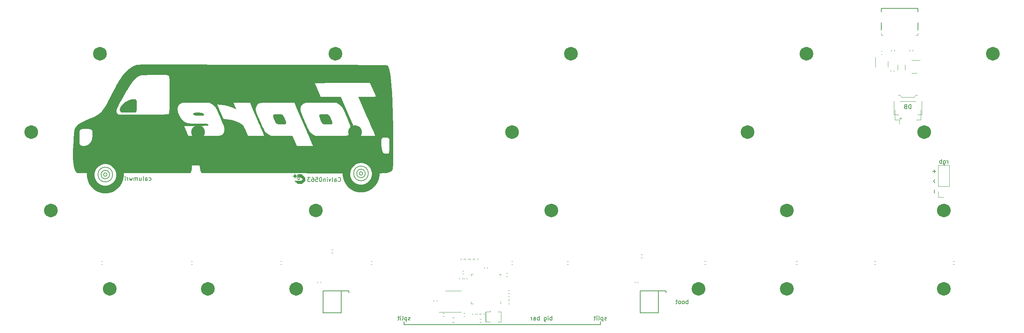
<source format=gbr>
%TF.GenerationSoftware,KiCad,Pcbnew,8.0.5*%
%TF.CreationDate,2024-12-22T15:28:51+01:00*%
%TF.ProjectId,toprevan V2,746f7072-6576-4616-9e20-56322e6b6963,rev?*%
%TF.SameCoordinates,Original*%
%TF.FileFunction,Legend,Bot*%
%TF.FilePolarity,Positive*%
%FSLAX46Y46*%
G04 Gerber Fmt 4.6, Leading zero omitted, Abs format (unit mm)*
G04 Created by KiCad (PCBNEW 8.0.5) date 2024-12-22 15:28:51*
%MOMM*%
%LPD*%
G01*
G04 APERTURE LIST*
%ADD10C,1.662500*%
%ADD11C,0.150000*%
%ADD12C,0.200000*%
%ADD13C,0.120000*%
%ADD14C,0.000000*%
%ADD15C,0.002540*%
%ADD16C,0.170180*%
%ADD17C,0.100000*%
G04 APERTURE END LIST*
D10*
X142912500Y-50006250D02*
G75*
G02*
X141250000Y-50006250I-831250J0D01*
G01*
X141250000Y-50006250D02*
G75*
G02*
X142912500Y-50006250I831250J0D01*
G01*
X104812500Y-50006250D02*
G75*
G02*
X103150000Y-50006250I-831250J0D01*
G01*
X103150000Y-50006250D02*
G75*
G02*
X104812500Y-50006250I831250J0D01*
G01*
X30993750Y-69056250D02*
G75*
G02*
X29331250Y-69056250I-831250J0D01*
G01*
X29331250Y-69056250D02*
G75*
G02*
X30993750Y-69056250I831250J0D01*
G01*
D11*
X43792475Y-60325000D02*
G75*
G02*
X42953323Y-60325000I-419576J0D01*
G01*
X42953323Y-60325000D02*
G75*
G02*
X43792475Y-60325000I419576J0D01*
G01*
X115887500Y-96837500D02*
X115887500Y-96043750D01*
X105840358Y-60051583D02*
G75*
G02*
X105001206Y-60051583I-419576J0D01*
G01*
X105001206Y-60051583D02*
G75*
G02*
X105840358Y-60051583I419576J0D01*
G01*
D10*
X100050000Y-30956250D02*
G75*
G02*
X98387500Y-30956250I-831250J0D01*
G01*
X98387500Y-30956250D02*
G75*
G02*
X100050000Y-30956250I831250J0D01*
G01*
X69093750Y-88106250D02*
G75*
G02*
X67431250Y-88106250I-831250J0D01*
G01*
X67431250Y-88106250D02*
G75*
G02*
X69093750Y-88106250I831250J0D01*
G01*
X26231250Y-50006250D02*
G75*
G02*
X24568750Y-50006250I-831250J0D01*
G01*
X24568750Y-50006250D02*
G75*
G02*
X26231250Y-50006250I831250J0D01*
G01*
X247687500Y-69056250D02*
G75*
G02*
X246025000Y-69056250I-831250J0D01*
G01*
X246025000Y-69056250D02*
G75*
G02*
X247687500Y-69056250I831250J0D01*
G01*
D11*
X163512500Y-96043750D02*
X163512500Y-96837500D01*
D10*
X188156250Y-88106250D02*
G75*
G02*
X186493750Y-88106250I-831250J0D01*
G01*
X186493750Y-88106250D02*
G75*
G02*
X188156250Y-88106250I831250J0D01*
G01*
X209587500Y-69056250D02*
G75*
G02*
X207925000Y-69056250I-831250J0D01*
G01*
X207925000Y-69056250D02*
G75*
G02*
X209587500Y-69056250I831250J0D01*
G01*
X45281250Y-88106250D02*
G75*
G02*
X43618750Y-88106250I-831250J0D01*
G01*
X43618750Y-88106250D02*
G75*
G02*
X45281250Y-88106250I831250J0D01*
G01*
X95287500Y-69056250D02*
G75*
G02*
X93625000Y-69056250I-831250J0D01*
G01*
X93625000Y-69056250D02*
G75*
G02*
X95287500Y-69056250I831250J0D01*
G01*
X242925000Y-50006250D02*
G75*
G02*
X241262500Y-50006250I-831250J0D01*
G01*
X241262500Y-50006250D02*
G75*
G02*
X242925000Y-50006250I831250J0D01*
G01*
X90525000Y-88106250D02*
G75*
G02*
X88862500Y-88106250I-831250J0D01*
G01*
X88862500Y-88106250D02*
G75*
G02*
X90525000Y-88106250I831250J0D01*
G01*
X209587500Y-88106250D02*
G75*
G02*
X207925000Y-88106250I-831250J0D01*
G01*
X207925000Y-88106250D02*
G75*
G02*
X209587500Y-88106250I831250J0D01*
G01*
D11*
X106449028Y-60051583D02*
G75*
G02*
X104392536Y-60051583I-1028246J0D01*
G01*
X104392536Y-60051583D02*
G75*
G02*
X106449028Y-60051583I1028246J0D01*
G01*
X44401145Y-60325000D02*
G75*
G02*
X42344653Y-60325000I-1028246J0D01*
G01*
X42344653Y-60325000D02*
G75*
G02*
X44401145Y-60325000I1028246J0D01*
G01*
X163512500Y-96837500D02*
X115887500Y-96837500D01*
D10*
X42900000Y-30956250D02*
G75*
G02*
X41237500Y-30956250I-831250J0D01*
G01*
X41237500Y-30956250D02*
G75*
G02*
X42900000Y-30956250I831250J0D01*
G01*
X66712500Y-50006250D02*
G75*
G02*
X65050000Y-50006250I-831250J0D01*
G01*
X65050000Y-50006250D02*
G75*
G02*
X66712500Y-50006250I831250J0D01*
G01*
D11*
X45161366Y-60325000D02*
G75*
G02*
X41584432Y-60325000I-1788467J0D01*
G01*
X41584432Y-60325000D02*
G75*
G02*
X45161366Y-60325000I1788467J0D01*
G01*
D10*
X214350000Y-30956250D02*
G75*
G02*
X212687500Y-30956250I-831250J0D01*
G01*
X212687500Y-30956250D02*
G75*
G02*
X214350000Y-30956250I831250J0D01*
G01*
X259593750Y-30956250D02*
G75*
G02*
X257931250Y-30956250I-831250J0D01*
G01*
X257931250Y-30956250D02*
G75*
G02*
X259593750Y-30956250I831250J0D01*
G01*
X152437500Y-69056250D02*
G75*
G02*
X150775000Y-69056250I-831250J0D01*
G01*
X150775000Y-69056250D02*
G75*
G02*
X152437500Y-69056250I831250J0D01*
G01*
X247687500Y-88106250D02*
G75*
G02*
X246025000Y-88106250I-831250J0D01*
G01*
X246025000Y-88106250D02*
G75*
G02*
X247687500Y-88106250I831250J0D01*
G01*
D11*
X107209249Y-60051583D02*
G75*
G02*
X103632315Y-60051583I-1788467J0D01*
G01*
X103632315Y-60051583D02*
G75*
G02*
X107209249Y-60051583I1788467J0D01*
G01*
D10*
X200062500Y-50006250D02*
G75*
G02*
X198400000Y-50006250I-831250J0D01*
G01*
X198400000Y-50006250D02*
G75*
G02*
X200062500Y-50006250I831250J0D01*
G01*
X157200000Y-30956250D02*
G75*
G02*
X155537500Y-30956250I-831250J0D01*
G01*
X155537500Y-30956250D02*
G75*
G02*
X157200000Y-30956250I831250J0D01*
G01*
D11*
X244530147Y-64057409D02*
X244530147Y-64819314D01*
D12*
X99865148Y-61929298D02*
X99912767Y-61976918D01*
X99912767Y-61976918D02*
X100055624Y-62024537D01*
X100055624Y-62024537D02*
X100150862Y-62024537D01*
X100150862Y-62024537D02*
X100293719Y-61976918D01*
X100293719Y-61976918D02*
X100388957Y-61881679D01*
X100388957Y-61881679D02*
X100436576Y-61786441D01*
X100436576Y-61786441D02*
X100484195Y-61595965D01*
X100484195Y-61595965D02*
X100484195Y-61453108D01*
X100484195Y-61453108D02*
X100436576Y-61262632D01*
X100436576Y-61262632D02*
X100388957Y-61167394D01*
X100388957Y-61167394D02*
X100293719Y-61072156D01*
X100293719Y-61072156D02*
X100150862Y-61024537D01*
X100150862Y-61024537D02*
X100055624Y-61024537D01*
X100055624Y-61024537D02*
X99912767Y-61072156D01*
X99912767Y-61072156D02*
X99865148Y-61119775D01*
X99008005Y-62024537D02*
X99008005Y-61500727D01*
X99008005Y-61500727D02*
X99055624Y-61405489D01*
X99055624Y-61405489D02*
X99150862Y-61357870D01*
X99150862Y-61357870D02*
X99341338Y-61357870D01*
X99341338Y-61357870D02*
X99436576Y-61405489D01*
X99008005Y-61976918D02*
X99103243Y-62024537D01*
X99103243Y-62024537D02*
X99341338Y-62024537D01*
X99341338Y-62024537D02*
X99436576Y-61976918D01*
X99436576Y-61976918D02*
X99484195Y-61881679D01*
X99484195Y-61881679D02*
X99484195Y-61786441D01*
X99484195Y-61786441D02*
X99436576Y-61691203D01*
X99436576Y-61691203D02*
X99341338Y-61643584D01*
X99341338Y-61643584D02*
X99103243Y-61643584D01*
X99103243Y-61643584D02*
X99008005Y-61595965D01*
X98388957Y-62024537D02*
X98484195Y-61976918D01*
X98484195Y-61976918D02*
X98531814Y-61881679D01*
X98531814Y-61881679D02*
X98531814Y-61024537D01*
X98103242Y-61357870D02*
X97865147Y-62024537D01*
X97865147Y-62024537D02*
X97627052Y-61357870D01*
X97246099Y-62024537D02*
X97246099Y-61357870D01*
X97246099Y-61024537D02*
X97293718Y-61072156D01*
X97293718Y-61072156D02*
X97246099Y-61119775D01*
X97246099Y-61119775D02*
X97198480Y-61072156D01*
X97198480Y-61072156D02*
X97246099Y-61024537D01*
X97246099Y-61024537D02*
X97246099Y-61119775D01*
X96769909Y-61357870D02*
X96769909Y-62024537D01*
X96769909Y-61453108D02*
X96722290Y-61405489D01*
X96722290Y-61405489D02*
X96627052Y-61357870D01*
X96627052Y-61357870D02*
X96484195Y-61357870D01*
X96484195Y-61357870D02*
X96388957Y-61405489D01*
X96388957Y-61405489D02*
X96341338Y-61500727D01*
X96341338Y-61500727D02*
X96341338Y-62024537D01*
X95674671Y-61024537D02*
X95579433Y-61024537D01*
X95579433Y-61024537D02*
X95484195Y-61072156D01*
X95484195Y-61072156D02*
X95436576Y-61119775D01*
X95436576Y-61119775D02*
X95388957Y-61215013D01*
X95388957Y-61215013D02*
X95341338Y-61405489D01*
X95341338Y-61405489D02*
X95341338Y-61643584D01*
X95341338Y-61643584D02*
X95388957Y-61834060D01*
X95388957Y-61834060D02*
X95436576Y-61929298D01*
X95436576Y-61929298D02*
X95484195Y-61976918D01*
X95484195Y-61976918D02*
X95579433Y-62024537D01*
X95579433Y-62024537D02*
X95674671Y-62024537D01*
X95674671Y-62024537D02*
X95769909Y-61976918D01*
X95769909Y-61976918D02*
X95817528Y-61929298D01*
X95817528Y-61929298D02*
X95865147Y-61834060D01*
X95865147Y-61834060D02*
X95912766Y-61643584D01*
X95912766Y-61643584D02*
X95912766Y-61405489D01*
X95912766Y-61405489D02*
X95865147Y-61215013D01*
X95865147Y-61215013D02*
X95817528Y-61119775D01*
X95817528Y-61119775D02*
X95769909Y-61072156D01*
X95769909Y-61072156D02*
X95674671Y-61024537D01*
X94436576Y-61024537D02*
X94912766Y-61024537D01*
X94912766Y-61024537D02*
X94960385Y-61500727D01*
X94960385Y-61500727D02*
X94912766Y-61453108D01*
X94912766Y-61453108D02*
X94817528Y-61405489D01*
X94817528Y-61405489D02*
X94579433Y-61405489D01*
X94579433Y-61405489D02*
X94484195Y-61453108D01*
X94484195Y-61453108D02*
X94436576Y-61500727D01*
X94436576Y-61500727D02*
X94388957Y-61595965D01*
X94388957Y-61595965D02*
X94388957Y-61834060D01*
X94388957Y-61834060D02*
X94436576Y-61929298D01*
X94436576Y-61929298D02*
X94484195Y-61976918D01*
X94484195Y-61976918D02*
X94579433Y-62024537D01*
X94579433Y-62024537D02*
X94817528Y-62024537D01*
X94817528Y-62024537D02*
X94912766Y-61976918D01*
X94912766Y-61976918D02*
X94960385Y-61929298D01*
X93531814Y-61024537D02*
X93722290Y-61024537D01*
X93722290Y-61024537D02*
X93817528Y-61072156D01*
X93817528Y-61072156D02*
X93865147Y-61119775D01*
X93865147Y-61119775D02*
X93960385Y-61262632D01*
X93960385Y-61262632D02*
X94008004Y-61453108D01*
X94008004Y-61453108D02*
X94008004Y-61834060D01*
X94008004Y-61834060D02*
X93960385Y-61929298D01*
X93960385Y-61929298D02*
X93912766Y-61976918D01*
X93912766Y-61976918D02*
X93817528Y-62024537D01*
X93817528Y-62024537D02*
X93627052Y-62024537D01*
X93627052Y-62024537D02*
X93531814Y-61976918D01*
X93531814Y-61976918D02*
X93484195Y-61929298D01*
X93484195Y-61929298D02*
X93436576Y-61834060D01*
X93436576Y-61834060D02*
X93436576Y-61595965D01*
X93436576Y-61595965D02*
X93484195Y-61500727D01*
X93484195Y-61500727D02*
X93531814Y-61453108D01*
X93531814Y-61453108D02*
X93627052Y-61405489D01*
X93627052Y-61405489D02*
X93817528Y-61405489D01*
X93817528Y-61405489D02*
X93912766Y-61453108D01*
X93912766Y-61453108D02*
X93960385Y-61500727D01*
X93960385Y-61500727D02*
X94008004Y-61595965D01*
X93103242Y-61024537D02*
X92484195Y-61024537D01*
X92484195Y-61024537D02*
X92817528Y-61405489D01*
X92817528Y-61405489D02*
X92674671Y-61405489D01*
X92674671Y-61405489D02*
X92579433Y-61453108D01*
X92579433Y-61453108D02*
X92531814Y-61500727D01*
X92531814Y-61500727D02*
X92484195Y-61595965D01*
X92484195Y-61595965D02*
X92484195Y-61834060D01*
X92484195Y-61834060D02*
X92531814Y-61929298D01*
X92531814Y-61929298D02*
X92579433Y-61976918D01*
X92579433Y-61976918D02*
X92674671Y-62024537D01*
X92674671Y-62024537D02*
X92960385Y-62024537D01*
X92960385Y-62024537D02*
X93055623Y-61976918D01*
X93055623Y-61976918D02*
X93103242Y-61929298D01*
D11*
X247832440Y-57604819D02*
X247832440Y-56938152D01*
X247832440Y-57128628D02*
X247784821Y-57033390D01*
X247784821Y-57033390D02*
X247737202Y-56985771D01*
X247737202Y-56985771D02*
X247641964Y-56938152D01*
X247641964Y-56938152D02*
X247546726Y-56938152D01*
X246784821Y-56938152D02*
X246784821Y-57747676D01*
X246784821Y-57747676D02*
X246832440Y-57842914D01*
X246832440Y-57842914D02*
X246880059Y-57890533D01*
X246880059Y-57890533D02*
X246975297Y-57938152D01*
X246975297Y-57938152D02*
X247118154Y-57938152D01*
X247118154Y-57938152D02*
X247213392Y-57890533D01*
X246784821Y-57557200D02*
X246880059Y-57604819D01*
X246880059Y-57604819D02*
X247070535Y-57604819D01*
X247070535Y-57604819D02*
X247165773Y-57557200D01*
X247165773Y-57557200D02*
X247213392Y-57509580D01*
X247213392Y-57509580D02*
X247261011Y-57414342D01*
X247261011Y-57414342D02*
X247261011Y-57128628D01*
X247261011Y-57128628D02*
X247213392Y-57033390D01*
X247213392Y-57033390D02*
X247165773Y-56985771D01*
X247165773Y-56985771D02*
X247070535Y-56938152D01*
X247070535Y-56938152D02*
X246880059Y-56938152D01*
X246880059Y-56938152D02*
X246784821Y-56985771D01*
X246308630Y-57604819D02*
X246308630Y-56604819D01*
X246308630Y-56985771D02*
X246213392Y-56938152D01*
X246213392Y-56938152D02*
X246022916Y-56938152D01*
X246022916Y-56938152D02*
X245927678Y-56985771D01*
X245927678Y-56985771D02*
X245880059Y-57033390D01*
X245880059Y-57033390D02*
X245832440Y-57128628D01*
X245832440Y-57128628D02*
X245832440Y-57414342D01*
X245832440Y-57414342D02*
X245880059Y-57509580D01*
X245880059Y-57509580D02*
X245927678Y-57557200D01*
X245927678Y-57557200D02*
X246022916Y-57604819D01*
X246022916Y-57604819D02*
X246213392Y-57604819D01*
X246213392Y-57604819D02*
X246308630Y-57557200D01*
X164964880Y-95657200D02*
X164869642Y-95704819D01*
X164869642Y-95704819D02*
X164679166Y-95704819D01*
X164679166Y-95704819D02*
X164583928Y-95657200D01*
X164583928Y-95657200D02*
X164536309Y-95561961D01*
X164536309Y-95561961D02*
X164536309Y-95514342D01*
X164536309Y-95514342D02*
X164583928Y-95419104D01*
X164583928Y-95419104D02*
X164679166Y-95371485D01*
X164679166Y-95371485D02*
X164822023Y-95371485D01*
X164822023Y-95371485D02*
X164917261Y-95323866D01*
X164917261Y-95323866D02*
X164964880Y-95228628D01*
X164964880Y-95228628D02*
X164964880Y-95181009D01*
X164964880Y-95181009D02*
X164917261Y-95085771D01*
X164917261Y-95085771D02*
X164822023Y-95038152D01*
X164822023Y-95038152D02*
X164679166Y-95038152D01*
X164679166Y-95038152D02*
X164583928Y-95085771D01*
X164107737Y-95038152D02*
X164107737Y-96038152D01*
X164107737Y-95085771D02*
X164012499Y-95038152D01*
X164012499Y-95038152D02*
X163822023Y-95038152D01*
X163822023Y-95038152D02*
X163726785Y-95085771D01*
X163726785Y-95085771D02*
X163679166Y-95133390D01*
X163679166Y-95133390D02*
X163631547Y-95228628D01*
X163631547Y-95228628D02*
X163631547Y-95514342D01*
X163631547Y-95514342D02*
X163679166Y-95609580D01*
X163679166Y-95609580D02*
X163726785Y-95657200D01*
X163726785Y-95657200D02*
X163822023Y-95704819D01*
X163822023Y-95704819D02*
X164012499Y-95704819D01*
X164012499Y-95704819D02*
X164107737Y-95657200D01*
X163060118Y-95704819D02*
X163155356Y-95657200D01*
X163155356Y-95657200D02*
X163202975Y-95561961D01*
X163202975Y-95561961D02*
X163202975Y-94704819D01*
X162679165Y-95704819D02*
X162679165Y-95038152D01*
X162679165Y-94704819D02*
X162726784Y-94752438D01*
X162726784Y-94752438D02*
X162679165Y-94800057D01*
X162679165Y-94800057D02*
X162631546Y-94752438D01*
X162631546Y-94752438D02*
X162679165Y-94704819D01*
X162679165Y-94704819D02*
X162679165Y-94800057D01*
X162345832Y-95038152D02*
X161964880Y-95038152D01*
X162202975Y-94704819D02*
X162202975Y-95561961D01*
X162202975Y-95561961D02*
X162155356Y-95657200D01*
X162155356Y-95657200D02*
X162060118Y-95704819D01*
X162060118Y-95704819D02*
X161964880Y-95704819D01*
X106615067Y-43734075D02*
X107019128Y-43330014D01*
X107019128Y-43330014D02*
X107073003Y-43222265D01*
X107073003Y-43222265D02*
X107073003Y-43114515D01*
X107073003Y-43114515D02*
X107019128Y-43006766D01*
X107019128Y-43006766D02*
X106965254Y-42952891D01*
X107719501Y-43707138D02*
X107450127Y-43437764D01*
X107450127Y-43437764D02*
X106884442Y-44003450D01*
X108177437Y-44272824D02*
X108177437Y-44218949D01*
X108177437Y-44218949D02*
X108123562Y-44111199D01*
X108123562Y-44111199D02*
X108069687Y-44057324D01*
X108069687Y-44057324D02*
X107961938Y-44003450D01*
X107961938Y-44003450D02*
X107854188Y-44003450D01*
X107854188Y-44003450D02*
X107773376Y-44030387D01*
X107773376Y-44030387D02*
X107638689Y-44111199D01*
X107638689Y-44111199D02*
X107557877Y-44192011D01*
X107557877Y-44192011D02*
X107477064Y-44326698D01*
X107477064Y-44326698D02*
X107450127Y-44407511D01*
X107450127Y-44407511D02*
X107450127Y-44515260D01*
X107450127Y-44515260D02*
X107504002Y-44623010D01*
X107504002Y-44623010D02*
X107557877Y-44676885D01*
X107557877Y-44676885D02*
X107665626Y-44730759D01*
X107665626Y-44730759D02*
X107719501Y-44730759D01*
X108069687Y-45188695D02*
X108473748Y-44784634D01*
X108473748Y-44784634D02*
X108527623Y-44676885D01*
X108527623Y-44676885D02*
X108527623Y-44569135D01*
X108527623Y-44569135D02*
X108473748Y-44461385D01*
X108473748Y-44461385D02*
X108419873Y-44407511D01*
X109174121Y-45161758D02*
X108904747Y-44892384D01*
X108904747Y-44892384D02*
X108339061Y-45458069D01*
X109632057Y-45727443D02*
X109632057Y-45673568D01*
X109632057Y-45673568D02*
X109578182Y-45565819D01*
X109578182Y-45565819D02*
X109524307Y-45511944D01*
X109524307Y-45511944D02*
X109416557Y-45458069D01*
X109416557Y-45458069D02*
X109308808Y-45458069D01*
X109308808Y-45458069D02*
X109227995Y-45485007D01*
X109227995Y-45485007D02*
X109093308Y-45565819D01*
X109093308Y-45565819D02*
X109012496Y-45646631D01*
X109012496Y-45646631D02*
X108931684Y-45781318D01*
X108931684Y-45781318D02*
X108904747Y-45862130D01*
X108904747Y-45862130D02*
X108904747Y-45969880D01*
X108904747Y-45969880D02*
X108958621Y-46077629D01*
X108958621Y-46077629D02*
X109012496Y-46131504D01*
X109012496Y-46131504D02*
X109120246Y-46185379D01*
X109120246Y-46185379D02*
X109174121Y-46185379D01*
X109524307Y-46643315D02*
X109928368Y-46239254D01*
X109928368Y-46239254D02*
X109982243Y-46131504D01*
X109982243Y-46131504D02*
X109982243Y-46023755D01*
X109982243Y-46023755D02*
X109928368Y-45916005D01*
X109928368Y-45916005D02*
X109874493Y-45862130D01*
X110628740Y-46616378D02*
X110359366Y-46347004D01*
X110359366Y-46347004D02*
X109793681Y-46912689D01*
X111086676Y-47182063D02*
X111086676Y-47128188D01*
X111086676Y-47128188D02*
X111032801Y-47020439D01*
X111032801Y-47020439D02*
X110978927Y-46966564D01*
X110978927Y-46966564D02*
X110871177Y-46912689D01*
X110871177Y-46912689D02*
X110763427Y-46912689D01*
X110763427Y-46912689D02*
X110682615Y-46939626D01*
X110682615Y-46939626D02*
X110547928Y-47020439D01*
X110547928Y-47020439D02*
X110467116Y-47101251D01*
X110467116Y-47101251D02*
X110386304Y-47235938D01*
X110386304Y-47235938D02*
X110359366Y-47316750D01*
X110359366Y-47316750D02*
X110359366Y-47424500D01*
X110359366Y-47424500D02*
X110413241Y-47532249D01*
X110413241Y-47532249D02*
X110467116Y-47586124D01*
X110467116Y-47586124D02*
X110574866Y-47639999D01*
X110574866Y-47639999D02*
X110628740Y-47639999D01*
X110978927Y-48097935D02*
X111382988Y-47693874D01*
X111382988Y-47693874D02*
X111436862Y-47586124D01*
X111436862Y-47586124D02*
X111436862Y-47478374D01*
X111436862Y-47478374D02*
X111382988Y-47370625D01*
X111382988Y-47370625D02*
X111329113Y-47316750D01*
X112083360Y-48070997D02*
X111813986Y-47801623D01*
X111813986Y-47801623D02*
X111248301Y-48367309D01*
X112541296Y-48636683D02*
X112541296Y-48582808D01*
X112541296Y-48582808D02*
X112487421Y-48475058D01*
X112487421Y-48475058D02*
X112433546Y-48421184D01*
X112433546Y-48421184D02*
X112325797Y-48367309D01*
X112325797Y-48367309D02*
X112218047Y-48367309D01*
X112218047Y-48367309D02*
X112137235Y-48394246D01*
X112137235Y-48394246D02*
X112002548Y-48475058D01*
X112002548Y-48475058D02*
X111921736Y-48555871D01*
X111921736Y-48555871D02*
X111840924Y-48690558D01*
X111840924Y-48690558D02*
X111813986Y-48771370D01*
X111813986Y-48771370D02*
X111813986Y-48879119D01*
X111813986Y-48879119D02*
X111867861Y-48986869D01*
X111867861Y-48986869D02*
X111921736Y-49040744D01*
X111921736Y-49040744D02*
X112029485Y-49094619D01*
X112029485Y-49094619D02*
X112083360Y-49094619D01*
X117339880Y-95657200D02*
X117244642Y-95704819D01*
X117244642Y-95704819D02*
X117054166Y-95704819D01*
X117054166Y-95704819D02*
X116958928Y-95657200D01*
X116958928Y-95657200D02*
X116911309Y-95561961D01*
X116911309Y-95561961D02*
X116911309Y-95514342D01*
X116911309Y-95514342D02*
X116958928Y-95419104D01*
X116958928Y-95419104D02*
X117054166Y-95371485D01*
X117054166Y-95371485D02*
X117197023Y-95371485D01*
X117197023Y-95371485D02*
X117292261Y-95323866D01*
X117292261Y-95323866D02*
X117339880Y-95228628D01*
X117339880Y-95228628D02*
X117339880Y-95181009D01*
X117339880Y-95181009D02*
X117292261Y-95085771D01*
X117292261Y-95085771D02*
X117197023Y-95038152D01*
X117197023Y-95038152D02*
X117054166Y-95038152D01*
X117054166Y-95038152D02*
X116958928Y-95085771D01*
X116482737Y-95038152D02*
X116482737Y-96038152D01*
X116482737Y-95085771D02*
X116387499Y-95038152D01*
X116387499Y-95038152D02*
X116197023Y-95038152D01*
X116197023Y-95038152D02*
X116101785Y-95085771D01*
X116101785Y-95085771D02*
X116054166Y-95133390D01*
X116054166Y-95133390D02*
X116006547Y-95228628D01*
X116006547Y-95228628D02*
X116006547Y-95514342D01*
X116006547Y-95514342D02*
X116054166Y-95609580D01*
X116054166Y-95609580D02*
X116101785Y-95657200D01*
X116101785Y-95657200D02*
X116197023Y-95704819D01*
X116197023Y-95704819D02*
X116387499Y-95704819D01*
X116387499Y-95704819D02*
X116482737Y-95657200D01*
X115435118Y-95704819D02*
X115530356Y-95657200D01*
X115530356Y-95657200D02*
X115577975Y-95561961D01*
X115577975Y-95561961D02*
X115577975Y-94704819D01*
X115054165Y-95704819D02*
X115054165Y-95038152D01*
X115054165Y-94704819D02*
X115101784Y-94752438D01*
X115101784Y-94752438D02*
X115054165Y-94800057D01*
X115054165Y-94800057D02*
X115006546Y-94752438D01*
X115006546Y-94752438D02*
X115054165Y-94704819D01*
X115054165Y-94704819D02*
X115054165Y-94800057D01*
X114720832Y-95038152D02*
X114339880Y-95038152D01*
X114577975Y-94704819D02*
X114577975Y-95561961D01*
X114577975Y-95561961D02*
X114530356Y-95657200D01*
X114530356Y-95657200D02*
X114435118Y-95704819D01*
X114435118Y-95704819D02*
X114339880Y-95704819D01*
D12*
X244658956Y-61563406D02*
X244373242Y-61944358D01*
X244373242Y-61944358D02*
X244658956Y-62325310D01*
D11*
X244548866Y-59150298D02*
X244548866Y-59912203D01*
X244929819Y-59531250D02*
X244167914Y-59531250D01*
X238886904Y-44311069D02*
X238886904Y-43311069D01*
X238886904Y-43311069D02*
X238648809Y-43311069D01*
X238648809Y-43311069D02*
X238505952Y-43358688D01*
X238505952Y-43358688D02*
X238410714Y-43453926D01*
X238410714Y-43453926D02*
X238363095Y-43549164D01*
X238363095Y-43549164D02*
X238315476Y-43739640D01*
X238315476Y-43739640D02*
X238315476Y-43882497D01*
X238315476Y-43882497D02*
X238363095Y-44072973D01*
X238363095Y-44072973D02*
X238410714Y-44168211D01*
X238410714Y-44168211D02*
X238505952Y-44263450D01*
X238505952Y-44263450D02*
X238648809Y-44311069D01*
X238648809Y-44311069D02*
X238886904Y-44311069D01*
X237553571Y-43787259D02*
X237410714Y-43834878D01*
X237410714Y-43834878D02*
X237363095Y-43882497D01*
X237363095Y-43882497D02*
X237315476Y-43977735D01*
X237315476Y-43977735D02*
X237315476Y-44120592D01*
X237315476Y-44120592D02*
X237363095Y-44215830D01*
X237363095Y-44215830D02*
X237410714Y-44263450D01*
X237410714Y-44263450D02*
X237505952Y-44311069D01*
X237505952Y-44311069D02*
X237886904Y-44311069D01*
X237886904Y-44311069D02*
X237886904Y-43311069D01*
X237886904Y-43311069D02*
X237553571Y-43311069D01*
X237553571Y-43311069D02*
X237458333Y-43358688D01*
X237458333Y-43358688D02*
X237410714Y-43406307D01*
X237410714Y-43406307D02*
X237363095Y-43501545D01*
X237363095Y-43501545D02*
X237363095Y-43596783D01*
X237363095Y-43596783D02*
X237410714Y-43692021D01*
X237410714Y-43692021D02*
X237458333Y-43739640D01*
X237458333Y-43739640D02*
X237553571Y-43787259D01*
X237553571Y-43787259D02*
X237886904Y-43787259D01*
X184761011Y-91736069D02*
X184761011Y-90736069D01*
X184761011Y-91117021D02*
X184665773Y-91069402D01*
X184665773Y-91069402D02*
X184475297Y-91069402D01*
X184475297Y-91069402D02*
X184380059Y-91117021D01*
X184380059Y-91117021D02*
X184332440Y-91164640D01*
X184332440Y-91164640D02*
X184284821Y-91259878D01*
X184284821Y-91259878D02*
X184284821Y-91545592D01*
X184284821Y-91545592D02*
X184332440Y-91640830D01*
X184332440Y-91640830D02*
X184380059Y-91688450D01*
X184380059Y-91688450D02*
X184475297Y-91736069D01*
X184475297Y-91736069D02*
X184665773Y-91736069D01*
X184665773Y-91736069D02*
X184761011Y-91688450D01*
X183713392Y-91736069D02*
X183808630Y-91688450D01*
X183808630Y-91688450D02*
X183856249Y-91640830D01*
X183856249Y-91640830D02*
X183903868Y-91545592D01*
X183903868Y-91545592D02*
X183903868Y-91259878D01*
X183903868Y-91259878D02*
X183856249Y-91164640D01*
X183856249Y-91164640D02*
X183808630Y-91117021D01*
X183808630Y-91117021D02*
X183713392Y-91069402D01*
X183713392Y-91069402D02*
X183570535Y-91069402D01*
X183570535Y-91069402D02*
X183475297Y-91117021D01*
X183475297Y-91117021D02*
X183427678Y-91164640D01*
X183427678Y-91164640D02*
X183380059Y-91259878D01*
X183380059Y-91259878D02*
X183380059Y-91545592D01*
X183380059Y-91545592D02*
X183427678Y-91640830D01*
X183427678Y-91640830D02*
X183475297Y-91688450D01*
X183475297Y-91688450D02*
X183570535Y-91736069D01*
X183570535Y-91736069D02*
X183713392Y-91736069D01*
X182808630Y-91736069D02*
X182903868Y-91688450D01*
X182903868Y-91688450D02*
X182951487Y-91640830D01*
X182951487Y-91640830D02*
X182999106Y-91545592D01*
X182999106Y-91545592D02*
X182999106Y-91259878D01*
X182999106Y-91259878D02*
X182951487Y-91164640D01*
X182951487Y-91164640D02*
X182903868Y-91117021D01*
X182903868Y-91117021D02*
X182808630Y-91069402D01*
X182808630Y-91069402D02*
X182665773Y-91069402D01*
X182665773Y-91069402D02*
X182570535Y-91117021D01*
X182570535Y-91117021D02*
X182522916Y-91164640D01*
X182522916Y-91164640D02*
X182475297Y-91259878D01*
X182475297Y-91259878D02*
X182475297Y-91545592D01*
X182475297Y-91545592D02*
X182522916Y-91640830D01*
X182522916Y-91640830D02*
X182570535Y-91688450D01*
X182570535Y-91688450D02*
X182665773Y-91736069D01*
X182665773Y-91736069D02*
X182808630Y-91736069D01*
X182189582Y-91069402D02*
X181808630Y-91069402D01*
X182046725Y-90736069D02*
X182046725Y-91593211D01*
X182046725Y-91593211D02*
X181999106Y-91688450D01*
X181999106Y-91688450D02*
X181903868Y-91736069D01*
X181903868Y-91736069D02*
X181808630Y-91736069D01*
D12*
X53970505Y-61732100D02*
X54065743Y-61779719D01*
X54065743Y-61779719D02*
X54256219Y-61779719D01*
X54256219Y-61779719D02*
X54351457Y-61732100D01*
X54351457Y-61732100D02*
X54399076Y-61684480D01*
X54399076Y-61684480D02*
X54446695Y-61589242D01*
X54446695Y-61589242D02*
X54446695Y-61303528D01*
X54446695Y-61303528D02*
X54399076Y-61208290D01*
X54399076Y-61208290D02*
X54351457Y-61160671D01*
X54351457Y-61160671D02*
X54256219Y-61113052D01*
X54256219Y-61113052D02*
X54065743Y-61113052D01*
X54065743Y-61113052D02*
X53970505Y-61160671D01*
X53113362Y-61779719D02*
X53113362Y-61255909D01*
X53113362Y-61255909D02*
X53160981Y-61160671D01*
X53160981Y-61160671D02*
X53256219Y-61113052D01*
X53256219Y-61113052D02*
X53446695Y-61113052D01*
X53446695Y-61113052D02*
X53541933Y-61160671D01*
X53113362Y-61732100D02*
X53208600Y-61779719D01*
X53208600Y-61779719D02*
X53446695Y-61779719D01*
X53446695Y-61779719D02*
X53541933Y-61732100D01*
X53541933Y-61732100D02*
X53589552Y-61636861D01*
X53589552Y-61636861D02*
X53589552Y-61541623D01*
X53589552Y-61541623D02*
X53541933Y-61446385D01*
X53541933Y-61446385D02*
X53446695Y-61398766D01*
X53446695Y-61398766D02*
X53208600Y-61398766D01*
X53208600Y-61398766D02*
X53113362Y-61351147D01*
X52494314Y-61779719D02*
X52589552Y-61732100D01*
X52589552Y-61732100D02*
X52637171Y-61636861D01*
X52637171Y-61636861D02*
X52637171Y-60779719D01*
X51684790Y-61113052D02*
X51684790Y-61779719D01*
X52113361Y-61113052D02*
X52113361Y-61636861D01*
X52113361Y-61636861D02*
X52065742Y-61732100D01*
X52065742Y-61732100D02*
X51970504Y-61779719D01*
X51970504Y-61779719D02*
X51827647Y-61779719D01*
X51827647Y-61779719D02*
X51732409Y-61732100D01*
X51732409Y-61732100D02*
X51684790Y-61684480D01*
X51208599Y-61779719D02*
X51208599Y-61113052D01*
X51208599Y-61208290D02*
X51160980Y-61160671D01*
X51160980Y-61160671D02*
X51065742Y-61113052D01*
X51065742Y-61113052D02*
X50922885Y-61113052D01*
X50922885Y-61113052D02*
X50827647Y-61160671D01*
X50827647Y-61160671D02*
X50780028Y-61255909D01*
X50780028Y-61255909D02*
X50780028Y-61779719D01*
X50780028Y-61255909D02*
X50732409Y-61160671D01*
X50732409Y-61160671D02*
X50637171Y-61113052D01*
X50637171Y-61113052D02*
X50494314Y-61113052D01*
X50494314Y-61113052D02*
X50399075Y-61160671D01*
X50399075Y-61160671D02*
X50351456Y-61255909D01*
X50351456Y-61255909D02*
X50351456Y-61779719D01*
X49970504Y-61113052D02*
X49780028Y-61779719D01*
X49780028Y-61779719D02*
X49589552Y-61303528D01*
X49589552Y-61303528D02*
X49399076Y-61779719D01*
X49399076Y-61779719D02*
X49208600Y-61113052D01*
X48827647Y-61779719D02*
X48827647Y-61113052D01*
X48827647Y-61303528D02*
X48780028Y-61208290D01*
X48780028Y-61208290D02*
X48732409Y-61160671D01*
X48732409Y-61160671D02*
X48637171Y-61113052D01*
X48637171Y-61113052D02*
X48541933Y-61113052D01*
X48208599Y-61779719D02*
X48208599Y-61113052D01*
X48208599Y-60779719D02*
X48256218Y-60827338D01*
X48256218Y-60827338D02*
X48208599Y-60874957D01*
X48208599Y-60874957D02*
X48160980Y-60827338D01*
X48160980Y-60827338D02*
X48208599Y-60779719D01*
X48208599Y-60779719D02*
X48208599Y-60874957D01*
D11*
X151724999Y-95704819D02*
X151724999Y-94704819D01*
X151724999Y-95085771D02*
X151629761Y-95038152D01*
X151629761Y-95038152D02*
X151439285Y-95038152D01*
X151439285Y-95038152D02*
X151344047Y-95085771D01*
X151344047Y-95085771D02*
X151296428Y-95133390D01*
X151296428Y-95133390D02*
X151248809Y-95228628D01*
X151248809Y-95228628D02*
X151248809Y-95514342D01*
X151248809Y-95514342D02*
X151296428Y-95609580D01*
X151296428Y-95609580D02*
X151344047Y-95657200D01*
X151344047Y-95657200D02*
X151439285Y-95704819D01*
X151439285Y-95704819D02*
X151629761Y-95704819D01*
X151629761Y-95704819D02*
X151724999Y-95657200D01*
X150820237Y-95704819D02*
X150820237Y-95038152D01*
X150820237Y-94704819D02*
X150867856Y-94752438D01*
X150867856Y-94752438D02*
X150820237Y-94800057D01*
X150820237Y-94800057D02*
X150772618Y-94752438D01*
X150772618Y-94752438D02*
X150820237Y-94704819D01*
X150820237Y-94704819D02*
X150820237Y-94800057D01*
X149915476Y-95038152D02*
X149915476Y-95847676D01*
X149915476Y-95847676D02*
X149963095Y-95942914D01*
X149963095Y-95942914D02*
X150010714Y-95990533D01*
X150010714Y-95990533D02*
X150105952Y-96038152D01*
X150105952Y-96038152D02*
X150248809Y-96038152D01*
X150248809Y-96038152D02*
X150344047Y-95990533D01*
X149915476Y-95657200D02*
X150010714Y-95704819D01*
X150010714Y-95704819D02*
X150201190Y-95704819D01*
X150201190Y-95704819D02*
X150296428Y-95657200D01*
X150296428Y-95657200D02*
X150344047Y-95609580D01*
X150344047Y-95609580D02*
X150391666Y-95514342D01*
X150391666Y-95514342D02*
X150391666Y-95228628D01*
X150391666Y-95228628D02*
X150344047Y-95133390D01*
X150344047Y-95133390D02*
X150296428Y-95085771D01*
X150296428Y-95085771D02*
X150201190Y-95038152D01*
X150201190Y-95038152D02*
X150010714Y-95038152D01*
X150010714Y-95038152D02*
X149915476Y-95085771D01*
X148677380Y-95704819D02*
X148677380Y-94704819D01*
X148677380Y-95085771D02*
X148582142Y-95038152D01*
X148582142Y-95038152D02*
X148391666Y-95038152D01*
X148391666Y-95038152D02*
X148296428Y-95085771D01*
X148296428Y-95085771D02*
X148248809Y-95133390D01*
X148248809Y-95133390D02*
X148201190Y-95228628D01*
X148201190Y-95228628D02*
X148201190Y-95514342D01*
X148201190Y-95514342D02*
X148248809Y-95609580D01*
X148248809Y-95609580D02*
X148296428Y-95657200D01*
X148296428Y-95657200D02*
X148391666Y-95704819D01*
X148391666Y-95704819D02*
X148582142Y-95704819D01*
X148582142Y-95704819D02*
X148677380Y-95657200D01*
X147344047Y-95704819D02*
X147344047Y-95181009D01*
X147344047Y-95181009D02*
X147391666Y-95085771D01*
X147391666Y-95085771D02*
X147486904Y-95038152D01*
X147486904Y-95038152D02*
X147677380Y-95038152D01*
X147677380Y-95038152D02*
X147772618Y-95085771D01*
X147344047Y-95657200D02*
X147439285Y-95704819D01*
X147439285Y-95704819D02*
X147677380Y-95704819D01*
X147677380Y-95704819D02*
X147772618Y-95657200D01*
X147772618Y-95657200D02*
X147820237Y-95561961D01*
X147820237Y-95561961D02*
X147820237Y-95466723D01*
X147820237Y-95466723D02*
X147772618Y-95371485D01*
X147772618Y-95371485D02*
X147677380Y-95323866D01*
X147677380Y-95323866D02*
X147439285Y-95323866D01*
X147439285Y-95323866D02*
X147344047Y-95276247D01*
X146867856Y-95704819D02*
X146867856Y-95038152D01*
X146867856Y-95228628D02*
X146820237Y-95133390D01*
X146820237Y-95133390D02*
X146772618Y-95085771D01*
X146772618Y-95085771D02*
X146677380Y-95038152D01*
X146677380Y-95038152D02*
X146582142Y-95038152D01*
D13*
%TO.C,C10*%
X133526072Y-94118137D02*
X133526072Y-94333809D01*
X134246072Y-94118137D02*
X134246072Y-94333809D01*
%TO.C,R14*%
X64189257Y-81376250D02*
X64496539Y-81376250D01*
X64189257Y-82136250D02*
X64496539Y-82136250D01*
%TO.C,R23*%
X210983859Y-81376250D02*
X211291141Y-81376250D01*
X210983859Y-82136250D02*
X211291141Y-82136250D01*
%TO.C,R5*%
X131876250Y-80743417D02*
X131876250Y-81050699D01*
X132636250Y-80743417D02*
X132636250Y-81050699D01*
%TO.C,R18*%
X125566141Y-93982500D02*
X125258859Y-93982500D01*
X125566141Y-94742500D02*
X125258859Y-94742500D01*
%TO.C,Y1*%
X135601214Y-94117035D02*
X135601214Y-93717035D01*
X135601214Y-96117035D02*
X135601214Y-94117035D01*
X135801214Y-94117035D02*
X135801214Y-93717035D01*
X135801214Y-94117035D02*
X135801214Y-96117035D01*
X135801214Y-96117035D02*
X136801214Y-96117035D01*
X136801214Y-93717035D02*
X135801214Y-93717035D01*
X136801214Y-93717035D02*
X136801214Y-93317035D01*
X138601214Y-96117035D02*
X139401214Y-96117035D01*
X139401214Y-93717035D02*
X138601214Y-93717035D01*
X139401214Y-94117035D02*
X139401214Y-93717035D01*
X139401214Y-96117035D02*
X139401214Y-94117035D01*
D14*
%TO.C,G\u002A\u002A\u002A*%
G36*
X90154500Y-61335568D02*
G01*
X90040514Y-61449568D01*
X89885514Y-61449568D01*
X89730514Y-61449568D01*
X89844500Y-61335568D01*
X89958487Y-61221568D01*
X90113487Y-61221568D01*
X90268487Y-61221568D01*
X90154500Y-61335568D01*
G37*
G36*
X90546500Y-61449568D02*
G01*
X90318507Y-61677568D01*
X90164507Y-61677568D01*
X90010507Y-61677568D01*
X90238500Y-61449568D01*
X90466494Y-61221568D01*
X90620494Y-61221568D01*
X90774494Y-61221568D01*
X90546500Y-61449568D01*
G37*
G36*
X91469999Y-60665066D02*
G01*
X91861501Y-61056564D01*
X91861501Y-61449564D01*
X91861500Y-61842564D01*
X91470002Y-62234066D01*
X91078504Y-62625568D01*
X90588500Y-62625568D01*
X90098497Y-62625568D01*
X89706500Y-62233568D01*
X89314504Y-61841568D01*
X90097506Y-61841568D01*
X90880508Y-61841568D01*
X91076500Y-61645568D01*
X91272493Y-61449568D01*
X91076504Y-61253571D01*
X90880515Y-61057574D01*
X90296604Y-61057071D01*
X89712694Y-61056568D01*
X89731550Y-61034568D01*
X89738506Y-61026648D01*
X89751156Y-61012882D01*
X89765623Y-60997725D01*
X89781172Y-60981911D01*
X89797070Y-60966173D01*
X89812581Y-60951247D01*
X89826969Y-60937865D01*
X89839500Y-60926762D01*
X89863936Y-60906526D01*
X89913969Y-60868994D01*
X89966354Y-60834697D01*
X90021089Y-60803637D01*
X90078172Y-60775813D01*
X90137603Y-60751227D01*
X90199380Y-60729878D01*
X90263500Y-60711769D01*
X90270691Y-60709902D01*
X90279731Y-60707378D01*
X90286593Y-60705242D01*
X90290706Y-60703675D01*
X90291500Y-60702858D01*
X90289145Y-60702165D01*
X90283432Y-60700614D01*
X90275132Y-60698419D01*
X90264927Y-60695760D01*
X90253500Y-60692819D01*
X90238422Y-60688842D01*
X90181620Y-60671723D01*
X90125957Y-60651586D01*
X90071834Y-60628623D01*
X90019651Y-60603027D01*
X89969808Y-60574991D01*
X89922704Y-60544707D01*
X89878740Y-60512368D01*
X89866980Y-60503101D01*
X89981734Y-60388334D01*
X90096487Y-60273568D01*
X90587492Y-60273568D01*
X91078497Y-60273568D01*
X91469999Y-60665066D01*
G37*
G36*
X89400488Y-60070568D02*
G01*
X89400766Y-60071759D01*
X89402099Y-60077094D01*
X89404158Y-60085082D01*
X89406719Y-60094862D01*
X89409559Y-60105568D01*
X89420811Y-60143881D01*
X89439813Y-60196764D01*
X89462297Y-60247987D01*
X89488114Y-60297400D01*
X89517112Y-60344854D01*
X89549141Y-60390199D01*
X89584048Y-60433284D01*
X89621684Y-60473960D01*
X89661898Y-60512077D01*
X89704538Y-60547484D01*
X89749453Y-60580033D01*
X89796493Y-60609574D01*
X89845506Y-60635955D01*
X89896342Y-60659029D01*
X89948849Y-60678643D01*
X90002877Y-60694650D01*
X90006361Y-60695552D01*
X90016193Y-60698122D01*
X90024520Y-60700331D01*
X90030553Y-60701967D01*
X90033500Y-60702821D01*
X90033673Y-60702983D01*
X90031921Y-60704059D01*
X90027071Y-60705811D01*
X90019729Y-60708035D01*
X90010500Y-60710528D01*
X89957722Y-60725916D01*
X89903905Y-60745552D01*
X89851886Y-60768625D01*
X89801808Y-60795008D01*
X89753811Y-60824579D01*
X89708038Y-60857212D01*
X89664630Y-60892782D01*
X89623729Y-60931166D01*
X89585475Y-60972238D01*
X89550011Y-61015874D01*
X89517479Y-61061950D01*
X89488019Y-61110340D01*
X89461773Y-61160921D01*
X89438884Y-61213568D01*
X89434976Y-61223621D01*
X89425063Y-61250835D01*
X89416328Y-61277774D01*
X89408325Y-61305862D01*
X89400613Y-61336522D01*
X89400162Y-61337908D01*
X89399353Y-61338263D01*
X89398228Y-61336295D01*
X89396639Y-61331611D01*
X89394436Y-61323817D01*
X89391468Y-61312522D01*
X89391394Y-61312237D01*
X89375487Y-61258207D01*
X89356055Y-61205421D01*
X89333300Y-61154376D01*
X89307424Y-61105568D01*
X89282921Y-61065631D01*
X89250124Y-61018903D01*
X89214412Y-60974687D01*
X89175957Y-60933114D01*
X89134928Y-60894315D01*
X89091496Y-60858418D01*
X89045832Y-60825554D01*
X88998106Y-60795854D01*
X88948490Y-60769446D01*
X88897153Y-60746461D01*
X88844266Y-60727030D01*
X88790000Y-60711281D01*
X88787070Y-60710535D01*
X88777818Y-60708090D01*
X88770342Y-60705979D01*
X88765345Y-60704407D01*
X88763530Y-60703578D01*
X88763530Y-60703576D01*
X88765382Y-60702738D01*
X88770368Y-60701209D01*
X88777731Y-60699207D01*
X88786712Y-60696948D01*
X88801827Y-60693027D01*
X88823970Y-60686599D01*
X88847232Y-60679184D01*
X88870210Y-60671232D01*
X88891500Y-60663196D01*
X88925321Y-60648834D01*
X88974847Y-60624357D01*
X89023054Y-60596417D01*
X89069512Y-60565308D01*
X89113792Y-60531326D01*
X89155463Y-60494764D01*
X89194097Y-60455917D01*
X89205284Y-60443606D01*
X89242284Y-60399103D01*
X89276012Y-60352361D01*
X89306384Y-60303537D01*
X89333313Y-60252788D01*
X89356715Y-60200272D01*
X89376503Y-60146146D01*
X89392591Y-60090568D01*
X89393452Y-60087178D01*
X89395904Y-60077876D01*
X89397676Y-60071962D01*
X89398926Y-60069038D01*
X89399811Y-60068706D01*
X89400488Y-60070568D01*
G37*
D13*
%TO.C,R25*%
X249083859Y-81366059D02*
X249391141Y-81366059D01*
X249083859Y-82126059D02*
X249391141Y-82126059D01*
%TO.C,U1*%
X132121250Y-84496250D02*
X132596250Y-84496250D01*
X132121250Y-84971250D02*
X132121250Y-84496250D01*
X132121250Y-91241250D02*
X132121250Y-91716250D01*
X132121250Y-91716250D02*
X132596250Y-91716250D01*
X139341250Y-84496250D02*
X138866250Y-84496250D01*
X139341250Y-84971250D02*
X139341250Y-84496250D01*
X139341250Y-91241250D02*
X139341250Y-91716250D01*
%TO.C,C16*%
X132429679Y-94118137D02*
X132429679Y-94333809D01*
X133149679Y-94118137D02*
X133149679Y-94333809D01*
%TO.C,J4*%
X245526250Y-58042500D02*
X248186250Y-58042500D01*
X245526250Y-63182500D02*
X245526250Y-58042500D01*
X245526250Y-63182500D02*
X248186250Y-63182500D01*
X245526250Y-64452500D02*
X245526250Y-65782500D01*
X245526250Y-65782500D02*
X246856250Y-65782500D01*
X248186250Y-63182500D02*
X248186250Y-58042500D01*
D15*
%TO.C,U6*%
X173219110Y-93765370D02*
X173219110Y-93780610D01*
D16*
X173219470Y-88611250D02*
X177618750Y-88611250D01*
X173219470Y-93951250D02*
X173219470Y-88611250D01*
X177618750Y-88611250D02*
X177618750Y-93951250D01*
X177618750Y-93951250D02*
X173219470Y-93951250D01*
X179449110Y-88611250D02*
X177618750Y-88611250D01*
X179449110Y-89010030D02*
X179449110Y-88611250D01*
D14*
%TO.C,G\u002A\u002A\u002A*%
G36*
X66206772Y-45283347D02*
G01*
X66593816Y-45304268D01*
X66879398Y-45346857D01*
X67081336Y-45415618D01*
X67217446Y-45515055D01*
X67305547Y-45649672D01*
X67338367Y-45729652D01*
X67343200Y-45834484D01*
X67259620Y-45919803D01*
X67226117Y-45938909D01*
X67101501Y-45973329D01*
X66895927Y-45996079D01*
X66592003Y-46008642D01*
X66172334Y-46012500D01*
X65727168Y-46006234D01*
X65351461Y-45982412D01*
X65078146Y-45936805D01*
X64891413Y-45865237D01*
X64775450Y-45763534D01*
X64714448Y-45627521D01*
X64707080Y-45594909D01*
X64703702Y-45478658D01*
X64756752Y-45394185D01*
X64881563Y-45336746D01*
X65093467Y-45301593D01*
X65407796Y-45283982D01*
X65839884Y-45279166D01*
X66206772Y-45283347D01*
G37*
G36*
X97652097Y-45895833D02*
G01*
X97803595Y-46085954D01*
X97983699Y-46407259D01*
X98184452Y-46854711D01*
X98317561Y-47183683D01*
X98418986Y-47463399D01*
X98470441Y-47663940D01*
X98475261Y-47807504D01*
X98436781Y-47916291D01*
X98358334Y-48012500D01*
X98312401Y-48052952D01*
X98234690Y-48094479D01*
X98119348Y-48121473D01*
X97942454Y-48136968D01*
X97680090Y-48143994D01*
X97308334Y-48145584D01*
X97157147Y-48145409D01*
X96762573Y-48138960D01*
X96469036Y-48112356D01*
X96252056Y-48051104D01*
X96087156Y-47940711D01*
X95949854Y-47766685D01*
X95815673Y-47514532D01*
X95660132Y-47169759D01*
X95548082Y-46902596D01*
X95432846Y-46597355D01*
X95348442Y-46338456D01*
X95307864Y-46163038D01*
X95307481Y-46159794D01*
X95293217Y-45987721D01*
X95308547Y-45862496D01*
X95370759Y-45776693D01*
X95497137Y-45722885D01*
X95704969Y-45693646D01*
X96011542Y-45681548D01*
X96434142Y-45679166D01*
X97426959Y-45679166D01*
X97652097Y-45895833D01*
G37*
G36*
X85396959Y-45679271D02*
G01*
X85733724Y-45681545D01*
X85971091Y-45689390D01*
X86133259Y-45706180D01*
X86244429Y-45735284D01*
X86328801Y-45780075D01*
X86410575Y-45843925D01*
X86447901Y-45881121D01*
X86574133Y-46059105D01*
X86720732Y-46320118D01*
X86873197Y-46631615D01*
X87017025Y-46961050D01*
X87137714Y-47275877D01*
X87220762Y-47543551D01*
X87251667Y-47731526D01*
X87228799Y-47898422D01*
X87125592Y-48053644D01*
X87110883Y-48063160D01*
X86996789Y-48101609D01*
X86800948Y-48127145D01*
X86506252Y-48141294D01*
X86095592Y-48145584D01*
X86050395Y-48145582D01*
X85651523Y-48143689D01*
X85347732Y-48127656D01*
X85117603Y-48082141D01*
X84939719Y-47991802D01*
X84792661Y-47841298D01*
X84655011Y-47615288D01*
X84505352Y-47298430D01*
X84322264Y-46875383D01*
X84277144Y-46766663D01*
X84176237Y-46491832D01*
X84105926Y-46253613D01*
X84079278Y-46094030D01*
X84082993Y-45966834D01*
X84109324Y-45851234D01*
X84176914Y-45771560D01*
X84304172Y-45721165D01*
X84509507Y-45693400D01*
X84811330Y-45681617D01*
X85228048Y-45679166D01*
X85396959Y-45679271D01*
G37*
G36*
X50661256Y-42010152D02*
G01*
X50764405Y-42064293D01*
X50863852Y-42166217D01*
X50881820Y-42187261D01*
X50933884Y-42256240D01*
X50971502Y-42334409D01*
X50997018Y-42442458D01*
X51012780Y-42601077D01*
X51021133Y-42830958D01*
X51024425Y-43152791D01*
X51025000Y-43587267D01*
X51023044Y-44027619D01*
X51014513Y-44399625D01*
X50996282Y-44675016D01*
X50965239Y-44872956D01*
X50918271Y-45012609D01*
X50852266Y-45113139D01*
X50764111Y-45193713D01*
X50699424Y-45213111D01*
X50514352Y-45234760D01*
X50235743Y-45252352D01*
X49886034Y-45265780D01*
X49487664Y-45274937D01*
X49063069Y-45279718D01*
X48634689Y-45280015D01*
X48224959Y-45275722D01*
X47856319Y-45266733D01*
X47551205Y-45252941D01*
X47332055Y-45234240D01*
X47221308Y-45210523D01*
X47190180Y-45191338D01*
X47041698Y-45027213D01*
X46933515Y-44793096D01*
X46891667Y-44541809D01*
X46929039Y-44319876D01*
X47062038Y-44007700D01*
X47273387Y-43667819D01*
X47544222Y-43323788D01*
X47855679Y-42999163D01*
X48188893Y-42717497D01*
X48525000Y-42502346D01*
X48702119Y-42414518D01*
X49236366Y-42202479D01*
X49776326Y-42057960D01*
X50272888Y-41995211D01*
X50511250Y-41991308D01*
X50661256Y-42010152D01*
G37*
G36*
X113033529Y-41787749D02*
G01*
X113069831Y-42668190D01*
X113103505Y-43601728D01*
X113134456Y-44579045D01*
X113162591Y-45590824D01*
X113187816Y-46627747D01*
X113210034Y-47680496D01*
X113229152Y-48739754D01*
X113245077Y-49796202D01*
X113257712Y-50840524D01*
X113265462Y-51697348D01*
X113266964Y-51863401D01*
X113272738Y-52855516D01*
X113274940Y-53807551D01*
X113273475Y-54710189D01*
X113268250Y-55554111D01*
X113259169Y-56330000D01*
X113246138Y-57028538D01*
X113229062Y-57640408D01*
X113207848Y-58156292D01*
X113182401Y-58566873D01*
X113152626Y-58862831D01*
X113118429Y-59034851D01*
X113099656Y-59086566D01*
X112947631Y-59363273D01*
X112720858Y-59583889D01*
X112408448Y-59753031D01*
X111999514Y-59875318D01*
X111483170Y-59955369D01*
X110848527Y-59997802D01*
X109972054Y-60029427D01*
X109941908Y-60324905D01*
X109927007Y-60470963D01*
X109854924Y-60984596D01*
X109685767Y-61643265D01*
X109427754Y-62233042D01*
X109068095Y-62781221D01*
X108593996Y-63315095D01*
X108518743Y-63389273D01*
X107963372Y-63865009D01*
X107394996Y-64218241D01*
X106791597Y-64458034D01*
X106131160Y-64593452D01*
X105391667Y-64633560D01*
X104983049Y-64617367D01*
X104372421Y-64525740D01*
X103794726Y-64342198D01*
X103201868Y-64054012D01*
X102680031Y-63705460D01*
X102148951Y-63210325D01*
X101701158Y-62630598D01*
X101348091Y-61984185D01*
X101101187Y-61288993D01*
X100971885Y-60562928D01*
X100933495Y-60139529D01*
X102820665Y-60139529D01*
X102863049Y-60676561D01*
X103007340Y-61189885D01*
X103263486Y-61652358D01*
X103641285Y-62087242D01*
X103830862Y-62254469D01*
X104270313Y-62531456D01*
X104791667Y-62721876D01*
X105180521Y-62794086D01*
X105723869Y-62792271D01*
X106242272Y-62678348D01*
X106722279Y-62464538D01*
X107150436Y-62163062D01*
X107513293Y-61786139D01*
X107797398Y-61345992D01*
X107989298Y-60854840D01*
X108075542Y-60324905D01*
X108042679Y-59768406D01*
X108010334Y-59606398D01*
X107820070Y-59046993D01*
X107528009Y-58560343D01*
X107146128Y-58157212D01*
X106686408Y-57848365D01*
X106160826Y-57644566D01*
X105581362Y-57556580D01*
X105353120Y-57553547D01*
X104774923Y-57620993D01*
X104260411Y-57803060D01*
X103799506Y-58104205D01*
X103382127Y-58528885D01*
X103338692Y-58583291D01*
X103045802Y-59055212D01*
X102875058Y-59568417D01*
X102820665Y-60139529D01*
X100933495Y-60139529D01*
X100925000Y-60045833D01*
X83828956Y-60012500D01*
X66732912Y-59979166D01*
X66575473Y-59673230D01*
X66532430Y-59579352D01*
X66422444Y-59212537D01*
X66342665Y-58723230D01*
X66267296Y-58079166D01*
X65346148Y-58079166D01*
X64425000Y-58079166D01*
X64423611Y-58462500D01*
X64419366Y-58609191D01*
X64383585Y-58969521D01*
X64318664Y-59322345D01*
X64233359Y-59625733D01*
X64136427Y-59837750D01*
X64021927Y-60012500D01*
X55966852Y-60012500D01*
X47911777Y-60012500D01*
X47901755Y-60165075D01*
X47871243Y-60629569D01*
X47812633Y-61161035D01*
X47649137Y-61844144D01*
X47382234Y-62466238D01*
X47001969Y-63048961D01*
X46498384Y-63613958D01*
X46308706Y-63794603D01*
X45777875Y-64217616D01*
X45225089Y-64528885D01*
X44620050Y-64743311D01*
X43932463Y-64875791D01*
X43504263Y-64910198D01*
X42777820Y-64870661D01*
X42080687Y-64713814D01*
X41423971Y-64449485D01*
X40818780Y-64087504D01*
X40276221Y-63637698D01*
X39807401Y-63109897D01*
X39423429Y-62513929D01*
X39135411Y-61859622D01*
X38954454Y-61156807D01*
X38910187Y-60634022D01*
X40764575Y-60634022D01*
X40862841Y-61156513D01*
X41061601Y-61648630D01*
X41354424Y-62093627D01*
X41734881Y-62474759D01*
X42196542Y-62775279D01*
X42732978Y-62978443D01*
X43013215Y-63036619D01*
X43589399Y-63061108D01*
X44144914Y-62955457D01*
X44672132Y-62721602D01*
X45163425Y-62361480D01*
X45352661Y-62173432D01*
X45680928Y-61721911D01*
X45899003Y-61224397D01*
X46007861Y-60699312D01*
X46008483Y-60165075D01*
X45901844Y-59640107D01*
X45688922Y-59142828D01*
X45370696Y-58691658D01*
X44948142Y-58305018D01*
X44637451Y-58108002D01*
X44114430Y-57893497D01*
X43570987Y-57796717D01*
X43025540Y-57814424D01*
X42496507Y-57943381D01*
X42002306Y-58180349D01*
X41561355Y-58522091D01*
X41192071Y-58965368D01*
X41137036Y-59051765D01*
X40895242Y-59564903D01*
X40773232Y-60097904D01*
X40764575Y-60634022D01*
X38910187Y-60634022D01*
X38891667Y-60415310D01*
X38891667Y-60012500D01*
X37760654Y-60012500D01*
X36629640Y-60012500D01*
X36396680Y-59807958D01*
X36317089Y-59731407D01*
X36099809Y-59438382D01*
X35917201Y-59049744D01*
X35768907Y-58561721D01*
X35654572Y-57970540D01*
X35573837Y-57272426D01*
X35526344Y-56463609D01*
X35511738Y-55540313D01*
X35529661Y-54498768D01*
X35579754Y-53335199D01*
X35661662Y-52045833D01*
X35666669Y-51976593D01*
X35704231Y-51470299D01*
X37085909Y-51470299D01*
X37089391Y-51888384D01*
X37099269Y-52272340D01*
X37115672Y-52597728D01*
X37138734Y-52840110D01*
X37168587Y-52975045D01*
X37196635Y-53021505D01*
X37335573Y-53159338D01*
X37522968Y-53278182D01*
X37895931Y-53392607D01*
X38310948Y-53397995D01*
X38733214Y-53296482D01*
X39140349Y-53096305D01*
X39509976Y-52805699D01*
X39819713Y-52432901D01*
X39839201Y-52403117D01*
X40058176Y-51993296D01*
X40200501Y-51548029D01*
X40272740Y-51038946D01*
X40281461Y-50437676D01*
X40271398Y-50142823D01*
X40257803Y-49905342D01*
X40235386Y-49748360D01*
X40197230Y-49643689D01*
X40136413Y-49563140D01*
X40046018Y-49478525D01*
X40020824Y-49456948D01*
X39841000Y-49346105D01*
X39604616Y-49270569D01*
X39293031Y-49227553D01*
X38887604Y-49214269D01*
X38369693Y-49227932D01*
X37985351Y-49253554D01*
X37668884Y-49299866D01*
X37444505Y-49371998D01*
X37290879Y-49477062D01*
X37186667Y-49622168D01*
X37159803Y-49723325D01*
X37133289Y-49945462D01*
X37112511Y-50255668D01*
X37097600Y-50629502D01*
X37088689Y-51042525D01*
X37085909Y-51470299D01*
X35704231Y-51470299D01*
X35717407Y-51292695D01*
X35762211Y-50728166D01*
X35802483Y-50270408D01*
X35839627Y-49906824D01*
X35875044Y-49624815D01*
X35910138Y-49411782D01*
X35946312Y-49255130D01*
X35984968Y-49142258D01*
X36124091Y-48871895D01*
X36329231Y-48593419D01*
X36600372Y-48325017D01*
X36948054Y-48059541D01*
X37382815Y-47789845D01*
X37915194Y-47508781D01*
X38555730Y-47209203D01*
X39314961Y-46883963D01*
X39494985Y-46809064D01*
X40166807Y-46520781D01*
X40732362Y-46258852D01*
X41208221Y-46011401D01*
X41610956Y-45766551D01*
X41957140Y-45512424D01*
X42263343Y-45237143D01*
X42510994Y-44967146D01*
X46056034Y-44967146D01*
X46080804Y-45168637D01*
X46171875Y-45348073D01*
X46328694Y-45529166D01*
X46545000Y-45745833D01*
X52501667Y-45741321D01*
X53393464Y-45740250D01*
X54478057Y-45737641D01*
X55432292Y-45733671D01*
X56257868Y-45728320D01*
X56956489Y-45721567D01*
X57529857Y-45713390D01*
X57979673Y-45703769D01*
X58307639Y-45692683D01*
X58515457Y-45680110D01*
X58604830Y-45666030D01*
X58629686Y-45653969D01*
X58695286Y-45618725D01*
X58751519Y-45575681D01*
X58799106Y-45515179D01*
X58838768Y-45427563D01*
X58871226Y-45303177D01*
X58897202Y-45132365D01*
X58917418Y-44905470D01*
X58932594Y-44612836D01*
X58933843Y-44570497D01*
X60899226Y-44570497D01*
X60998651Y-45083733D01*
X61041423Y-45212060D01*
X61145405Y-45481298D01*
X61278847Y-45796327D01*
X61423321Y-46112500D01*
X61659091Y-46547209D01*
X62041785Y-47059757D01*
X62482659Y-47452742D01*
X62982383Y-47726726D01*
X63541628Y-47882269D01*
X63591268Y-47888631D01*
X63800942Y-47903797D01*
X64116041Y-47917360D01*
X64516598Y-47928813D01*
X64982643Y-47937650D01*
X65494212Y-47943363D01*
X66031335Y-47945447D01*
X66615600Y-47946001D01*
X67085593Y-47947966D01*
X67450876Y-47952133D01*
X67725811Y-47959294D01*
X67924763Y-47970241D01*
X68062094Y-47985768D01*
X68152169Y-48006667D01*
X68209350Y-48033729D01*
X68248001Y-48067749D01*
X68324657Y-48181215D01*
X68351773Y-48340941D01*
X68275000Y-48458565D01*
X68243769Y-48465373D01*
X68092102Y-48477950D01*
X67829345Y-48490872D01*
X67469697Y-48503714D01*
X67027359Y-48516055D01*
X66516529Y-48527470D01*
X65951408Y-48537537D01*
X65346194Y-48545833D01*
X62500721Y-48579166D01*
X63002249Y-49762500D01*
X63288407Y-50437676D01*
X63503777Y-50945833D01*
X67247722Y-50941189D01*
X67819971Y-50940427D01*
X68585537Y-50938739D01*
X69235637Y-50935518D01*
X69781046Y-50929752D01*
X70232537Y-50920432D01*
X70600885Y-50906548D01*
X70896865Y-50887089D01*
X71131250Y-50861046D01*
X71314815Y-50827408D01*
X71458335Y-50785165D01*
X71572582Y-50733306D01*
X71668333Y-50670823D01*
X71756360Y-50596704D01*
X71847439Y-50509940D01*
X72052419Y-50278957D01*
X72201179Y-50005471D01*
X72272075Y-49684869D01*
X72278407Y-49279166D01*
X72273368Y-49188686D01*
X72260545Y-49055279D01*
X72237023Y-48918308D01*
X72197514Y-48762923D01*
X72136730Y-48574279D01*
X72049383Y-48337528D01*
X71930183Y-48037821D01*
X71773842Y-47660313D01*
X71575072Y-47190155D01*
X71328585Y-46612500D01*
X71153496Y-46205810D01*
X70934060Y-45703766D01*
X70727884Y-45240238D01*
X70542649Y-44832104D01*
X70386035Y-44496247D01*
X70265723Y-44249546D01*
X70189394Y-44108881D01*
X70029096Y-43884303D01*
X69611234Y-43465977D01*
X69403268Y-43326483D01*
X70548460Y-43326483D01*
X70643933Y-43552825D01*
X70910383Y-44184254D01*
X71175015Y-44810611D01*
X71395289Y-45330879D01*
X71575090Y-45754112D01*
X71718306Y-46089369D01*
X71828824Y-46345705D01*
X71910531Y-46532177D01*
X71967312Y-46657841D01*
X72003056Y-46731754D01*
X72021648Y-46762972D01*
X72075853Y-46783262D01*
X72240852Y-46814995D01*
X72486209Y-46849211D01*
X72782552Y-46881343D01*
X73056296Y-46909718D01*
X73857847Y-47027611D01*
X74570507Y-47193068D01*
X75224113Y-47414040D01*
X75848500Y-47698480D01*
X75963605Y-47758683D01*
X76261698Y-47930075D01*
X76507383Y-48106245D01*
X76716937Y-48307299D01*
X76906636Y-48553345D01*
X77092759Y-48864489D01*
X77291581Y-49260838D01*
X77299904Y-49279166D01*
X77519381Y-49762500D01*
X78041872Y-50945833D01*
X79997132Y-50945833D01*
X81952393Y-50945833D01*
X81760565Y-50495833D01*
X81719521Y-50399882D01*
X81622218Y-50173064D01*
X81481644Y-49845778D01*
X81303226Y-49430649D01*
X81092393Y-48940299D01*
X80854573Y-48387352D01*
X80595193Y-47784432D01*
X80319681Y-47144162D01*
X80033465Y-46479166D01*
X79056744Y-44210096D01*
X79904577Y-44210096D01*
X79905019Y-44669829D01*
X80016806Y-45155348D01*
X80053089Y-45256589D01*
X80162690Y-45540124D01*
X80309913Y-45901871D01*
X80486663Y-46323536D01*
X80684845Y-46786827D01*
X80896364Y-47273448D01*
X81113125Y-47765108D01*
X81327033Y-48243511D01*
X81529994Y-48690364D01*
X81713911Y-49087373D01*
X81870692Y-49416245D01*
X81992239Y-49658686D01*
X82070460Y-49796402D01*
X82396017Y-50176311D01*
X82835155Y-50519977D01*
X83347052Y-50787215D01*
X83400750Y-50809072D01*
X83496654Y-50844824D01*
X83596427Y-50873568D01*
X83714452Y-50896078D01*
X83865117Y-50913130D01*
X84062804Y-50925499D01*
X84321900Y-50933962D01*
X84656789Y-50939292D01*
X85081856Y-50942267D01*
X85611487Y-50943661D01*
X86260066Y-50944250D01*
X88795132Y-50945833D01*
X89326733Y-52177720D01*
X89858334Y-53409607D01*
X91815466Y-53411053D01*
X92228981Y-53411150D01*
X92704834Y-53410102D01*
X93070851Y-53406942D01*
X93340753Y-53400860D01*
X93528263Y-53391050D01*
X93647101Y-53376703D01*
X93710988Y-53357010D01*
X93733647Y-53331164D01*
X93728798Y-53298355D01*
X93714222Y-53263247D01*
X93650600Y-53113345D01*
X93540759Y-52855954D01*
X93419922Y-52573413D01*
X110358334Y-52573413D01*
X110367725Y-53096009D01*
X110384259Y-53331164D01*
X110413132Y-53741807D01*
X110495570Y-54270220D01*
X110614366Y-54678386D01*
X110768845Y-54963440D01*
X110958334Y-55122520D01*
X111040186Y-55155616D01*
X111311203Y-55221282D01*
X111603561Y-55243412D01*
X111879887Y-55223680D01*
X112102812Y-55163760D01*
X112234964Y-55065327D01*
X112246180Y-55012854D01*
X112260296Y-54839349D01*
X112272422Y-54565866D01*
X112281936Y-54211676D01*
X112288218Y-53796049D01*
X112290646Y-53338257D01*
X112291667Y-51697348D01*
X112115910Y-51521590D01*
X112030607Y-51443802D01*
X111936152Y-51390155D01*
X111806947Y-51360738D01*
X111610140Y-51348361D01*
X111312879Y-51345833D01*
X111062295Y-51347538D01*
X110847701Y-51358014D01*
X110707730Y-51384022D01*
X110609961Y-51432271D01*
X110521970Y-51509469D01*
X110514136Y-51517336D01*
X110450529Y-51588896D01*
X110407099Y-51668947D01*
X110380004Y-51782456D01*
X110365405Y-51954392D01*
X110359462Y-52209721D01*
X110358334Y-52573413D01*
X93419922Y-52573413D01*
X93388645Y-52500281D01*
X93198204Y-52055533D01*
X92973383Y-51530917D01*
X92718126Y-50935638D01*
X92436380Y-50278904D01*
X92132090Y-49569921D01*
X91809203Y-48817896D01*
X91471665Y-48032035D01*
X89905237Y-44385715D01*
X90744036Y-44385715D01*
X90760101Y-44740730D01*
X90821303Y-45045833D01*
X90858303Y-45145689D01*
X90944507Y-45361596D01*
X91070986Y-45670137D01*
X91231091Y-46055325D01*
X91418173Y-46501176D01*
X91625582Y-46991702D01*
X91846669Y-47510917D01*
X91918330Y-47678609D01*
X92152484Y-48225396D01*
X92343577Y-48667387D01*
X92498874Y-49018638D01*
X92625641Y-49293204D01*
X92731144Y-49505139D01*
X92822648Y-49668499D01*
X92907419Y-49797338D01*
X92992722Y-49905713D01*
X93085822Y-50007678D01*
X93193986Y-50117288D01*
X93436149Y-50336354D01*
X93730299Y-50558889D01*
X93996803Y-50718870D01*
X94391667Y-50912500D01*
X98058334Y-50925813D01*
X98721353Y-50927847D01*
X99455910Y-50928832D01*
X100074925Y-50927832D01*
X100588367Y-50924652D01*
X101006204Y-50919100D01*
X101338406Y-50910980D01*
X101594939Y-50900101D01*
X101785773Y-50886266D01*
X101920875Y-50869283D01*
X102010215Y-50848958D01*
X102164068Y-50792377D01*
X102536247Y-50568687D01*
X102810601Y-50258262D01*
X102980255Y-49870688D01*
X103038334Y-49415548D01*
X103038333Y-49406704D01*
X103037088Y-49277054D01*
X103030313Y-49157198D01*
X103013311Y-49033902D01*
X102981387Y-48893927D01*
X102929848Y-48724037D01*
X102853996Y-48510997D01*
X102749138Y-48241568D01*
X102610579Y-47902516D01*
X102433622Y-47480603D01*
X102213574Y-46962593D01*
X101945740Y-46335250D01*
X101866030Y-46148823D01*
X101629971Y-45599314D01*
X101436077Y-45154266D01*
X101277199Y-44799397D01*
X101146189Y-44520423D01*
X101035900Y-44303063D01*
X100939184Y-44133034D01*
X100848892Y-43996052D01*
X100757876Y-43877835D01*
X100658990Y-43764100D01*
X100543116Y-43644007D01*
X100214910Y-43361504D01*
X99880432Y-43141350D01*
X99458334Y-42912500D01*
X95758334Y-42892776D01*
X95429186Y-42891141D01*
X94583245Y-42888308D01*
X93861729Y-42888219D01*
X93258071Y-42890969D01*
X92765703Y-42896655D01*
X92378058Y-42905371D01*
X92088570Y-42917214D01*
X91890670Y-42932278D01*
X91777791Y-42950659D01*
X91566238Y-43035514D01*
X91271528Y-43228893D01*
X91017772Y-43475148D01*
X90850110Y-43736061D01*
X90842273Y-43755122D01*
X90771846Y-44038081D01*
X90744036Y-44385715D01*
X89905237Y-44385715D01*
X89258334Y-42879859D01*
X85184949Y-42879513D01*
X84525222Y-42879877D01*
X83675437Y-42881963D01*
X82949574Y-42885981D01*
X82342065Y-42892031D01*
X81847341Y-42900212D01*
X81459836Y-42910623D01*
X81173981Y-42923364D01*
X80984208Y-42938535D01*
X80884949Y-42956233D01*
X80506911Y-43148796D01*
X80211965Y-43433261D01*
X80009040Y-43792467D01*
X79904577Y-44210096D01*
X79056744Y-44210096D01*
X78498194Y-42912500D01*
X76494931Y-42894855D01*
X76305415Y-42893278D01*
X75819050Y-42890119D01*
X75384608Y-42888562D01*
X75018367Y-42888583D01*
X74736610Y-42890157D01*
X74555616Y-42893260D01*
X74491667Y-42897867D01*
X74491821Y-42898845D01*
X74520863Y-42972342D01*
X74592967Y-43141818D01*
X74697793Y-43383240D01*
X74825000Y-43672576D01*
X74835074Y-43695373D01*
X74960982Y-43982107D01*
X75063725Y-44219275D01*
X75132957Y-44382792D01*
X75158334Y-44448573D01*
X75143099Y-44446559D01*
X75035985Y-44405017D01*
X74848849Y-44323313D01*
X74608334Y-44212865D01*
X74308012Y-44077932D01*
X73309917Y-43713505D01*
X72302630Y-43476570D01*
X71270063Y-43363030D01*
X70548460Y-43326483D01*
X69403268Y-43326483D01*
X69076039Y-43106993D01*
X68725000Y-42912500D01*
X65397225Y-42893444D01*
X62069450Y-42874389D01*
X61720549Y-43045091D01*
X61625463Y-43095262D01*
X61281267Y-43360601D01*
X61043511Y-43700524D01*
X60915172Y-44106625D01*
X60899226Y-44570497D01*
X58933843Y-44570497D01*
X58943453Y-44244807D01*
X58950715Y-43791726D01*
X58955103Y-43243936D01*
X58957337Y-42591783D01*
X58958139Y-41825609D01*
X58958230Y-40935758D01*
X58958142Y-40397561D01*
X58957561Y-39613729D01*
X58956205Y-38946896D01*
X58953809Y-38386907D01*
X58951747Y-38128809D01*
X94225000Y-38128809D01*
X94248903Y-38196070D01*
X94319865Y-38369840D01*
X94430900Y-38633178D01*
X94574981Y-38969570D01*
X94745083Y-39362507D01*
X94934179Y-39795476D01*
X95434273Y-40935758D01*
X95643358Y-41412500D01*
X98084179Y-41413564D01*
X100525000Y-41414629D01*
X102594513Y-46163564D01*
X104011677Y-49415548D01*
X104664025Y-50912500D01*
X106777846Y-50930103D01*
X107062442Y-50931985D01*
X107555337Y-50932797D01*
X107994154Y-50930397D01*
X108363043Y-50925054D01*
X108646158Y-50917038D01*
X108827648Y-50906620D01*
X108891667Y-50894070D01*
X108890785Y-50890487D01*
X108855289Y-50801201D01*
X108770919Y-50601053D01*
X108641780Y-50299496D01*
X108471976Y-49905981D01*
X108265610Y-49429962D01*
X108026786Y-48880891D01*
X107759609Y-48268221D01*
X107468181Y-47601402D01*
X107156607Y-46889889D01*
X106828991Y-46143134D01*
X104766316Y-41445833D01*
X106935771Y-41428247D01*
X107074741Y-41427106D01*
X107643128Y-41421901D01*
X108094100Y-41416240D01*
X108440755Y-41409302D01*
X108696193Y-41400268D01*
X108873510Y-41388316D01*
X108985806Y-41372625D01*
X109046178Y-41352375D01*
X109067725Y-41326744D01*
X109063545Y-41294913D01*
X109035277Y-41227925D01*
X108956367Y-41050770D01*
X108836035Y-40784915D01*
X108682306Y-40448001D01*
X108503208Y-40057669D01*
X108306765Y-39631562D01*
X107591667Y-38083959D01*
X100908334Y-38081562D01*
X100314177Y-38081545D01*
X99405949Y-38082297D01*
X98541911Y-38083947D01*
X97730978Y-38086431D01*
X96982064Y-38089688D01*
X96304083Y-38093654D01*
X95705951Y-38098266D01*
X95196580Y-38103460D01*
X94784885Y-38109175D01*
X94479781Y-38115347D01*
X94290181Y-38121912D01*
X94225000Y-38128809D01*
X58951747Y-38128809D01*
X58950107Y-37923606D01*
X58944833Y-37546835D01*
X58937721Y-37246439D01*
X58928505Y-37012261D01*
X58916920Y-36834144D01*
X58902699Y-36701933D01*
X58885576Y-36605470D01*
X58865286Y-36534600D01*
X58841564Y-36479166D01*
X58795236Y-36391883D01*
X58739138Y-36311506D01*
X58666067Y-36245686D01*
X58564390Y-36193178D01*
X58422471Y-36152740D01*
X58228677Y-36123126D01*
X57971374Y-36103091D01*
X57638925Y-36091393D01*
X57219699Y-36086785D01*
X56702058Y-36088025D01*
X56074370Y-36093868D01*
X55325000Y-36103069D01*
X55003251Y-36107611D01*
X54397181Y-36118389D01*
X53830180Y-36131300D01*
X53317958Y-36145819D01*
X52876225Y-36161423D01*
X52520692Y-36177589D01*
X52267068Y-36193793D01*
X52131063Y-36209511D01*
X51828838Y-36288743D01*
X51491438Y-36421541D01*
X51167860Y-36605755D01*
X50848065Y-36851298D01*
X50522016Y-37168081D01*
X50179674Y-37566015D01*
X49811000Y-38055011D01*
X49405957Y-38644979D01*
X48954506Y-39345833D01*
X48778652Y-39630882D01*
X48508629Y-40083773D01*
X48210931Y-40596842D01*
X47897597Y-41148277D01*
X47580664Y-41716265D01*
X47272169Y-42278997D01*
X46984149Y-42814658D01*
X46728643Y-43301438D01*
X46517686Y-43717525D01*
X46363317Y-44041106D01*
X46207602Y-44403156D01*
X46098117Y-44719889D01*
X46056034Y-44967146D01*
X42510994Y-44967146D01*
X42546137Y-44928832D01*
X42822095Y-44575612D01*
X43107787Y-44165608D01*
X43135905Y-44123396D01*
X43229988Y-43978588D01*
X43327414Y-43821754D01*
X43433964Y-43642248D01*
X43555419Y-43429424D01*
X43697558Y-43172637D01*
X43866162Y-42861240D01*
X44067011Y-42484587D01*
X44305885Y-42032033D01*
X44588566Y-41492930D01*
X44920833Y-40856635D01*
X45308466Y-40112500D01*
X45427219Y-39884788D01*
X45805976Y-39165942D01*
X46138152Y-38549412D01*
X46432067Y-38021155D01*
X46696038Y-37567129D01*
X46938385Y-37173293D01*
X47167425Y-36825604D01*
X47391479Y-36510020D01*
X47618864Y-36212500D01*
X47988512Y-35763056D01*
X48569679Y-35136030D01*
X49139860Y-34625166D01*
X49710305Y-34221854D01*
X50292268Y-33917479D01*
X50896998Y-33703432D01*
X50917033Y-33697426D01*
X50943845Y-33687473D01*
X50963840Y-33678036D01*
X50980522Y-33669108D01*
X50997395Y-33660682D01*
X51017963Y-33652751D01*
X51045729Y-33645307D01*
X51084197Y-33638345D01*
X51136870Y-33631856D01*
X51207253Y-33625833D01*
X51298850Y-33620270D01*
X51415163Y-33615160D01*
X51559697Y-33610496D01*
X51735955Y-33606270D01*
X51947442Y-33602475D01*
X52197661Y-33599105D01*
X52490115Y-33596153D01*
X52828309Y-33593611D01*
X53215746Y-33591472D01*
X53655931Y-33589730D01*
X54152365Y-33588377D01*
X54708555Y-33587407D01*
X55328002Y-33586811D01*
X56014211Y-33586584D01*
X56770687Y-33586718D01*
X57600931Y-33587207D01*
X58508449Y-33588042D01*
X59496744Y-33589218D01*
X60569319Y-33590727D01*
X61729679Y-33592561D01*
X62981327Y-33594715D01*
X64327766Y-33597181D01*
X65772502Y-33599952D01*
X67319037Y-33603021D01*
X68970875Y-33606380D01*
X70731520Y-33610024D01*
X72604475Y-33613944D01*
X74593245Y-33618134D01*
X76701334Y-33622587D01*
X78932244Y-33627296D01*
X81289479Y-33632253D01*
X83776544Y-33637453D01*
X85140631Y-33640297D01*
X87364965Y-33644958D01*
X89461954Y-33649395D01*
X91435374Y-33653635D01*
X93289000Y-33657701D01*
X95026609Y-33661619D01*
X96651976Y-33665413D01*
X98168876Y-33669107D01*
X99581086Y-33672727D01*
X100892382Y-33676297D01*
X102106538Y-33679842D01*
X103227331Y-33683387D01*
X104258536Y-33686956D01*
X105203929Y-33690574D01*
X106067287Y-33694266D01*
X106852384Y-33698056D01*
X107562996Y-33701969D01*
X108202899Y-33706030D01*
X108775869Y-33710264D01*
X109285682Y-33714695D01*
X109736113Y-33719347D01*
X110130938Y-33724247D01*
X110473932Y-33729418D01*
X110768872Y-33734885D01*
X111019533Y-33740673D01*
X111229691Y-33746806D01*
X111403122Y-33753310D01*
X111543601Y-33760208D01*
X111654903Y-33767526D01*
X111740806Y-33775289D01*
X111805084Y-33783520D01*
X111851514Y-33792246D01*
X111883871Y-33801489D01*
X111905930Y-33811276D01*
X111921467Y-33821631D01*
X112049611Y-33983671D01*
X112180033Y-34281129D01*
X112305449Y-34705704D01*
X112425325Y-35254239D01*
X112539128Y-35923577D01*
X112646323Y-36710563D01*
X112746379Y-37612038D01*
X112838759Y-38624847D01*
X112922932Y-39745833D01*
X112953419Y-40223428D01*
X112994693Y-40969722D01*
X113011643Y-41326744D01*
X113033529Y-41787749D01*
G37*
D12*
%TO.C,J5*%
X231654750Y-19930750D02*
X240594750Y-19930750D01*
X231654750Y-20780750D02*
X231654750Y-19930750D01*
X231654750Y-23380750D02*
X231654750Y-25180750D01*
D17*
X231654750Y-26430750D02*
X231654750Y-25930750D01*
X232094750Y-26430750D02*
X231654750Y-26430750D01*
D12*
X240594750Y-19930750D02*
X240594750Y-20780750D01*
X240594750Y-23380750D02*
X240594750Y-25180750D01*
D17*
X240594750Y-25930750D02*
X240594750Y-26430750D01*
X240594750Y-26430750D02*
X240094750Y-26430750D01*
D13*
%TO.C,R8*%
X238538750Y-30008859D02*
X238538750Y-30316141D01*
X239298750Y-30008859D02*
X239298750Y-30316141D01*
%TO.C,J1*%
X235015000Y-44528750D02*
X235015000Y-47028750D01*
X235015000Y-47028750D02*
X236065000Y-47028750D01*
X236065000Y-47028750D02*
X236065000Y-48018750D01*
X236185000Y-42558750D02*
X240065000Y-42558750D01*
X241235000Y-44528750D02*
X241235000Y-47028750D01*
X241235000Y-47028750D02*
X240185000Y-47028750D01*
%TO.C,R16*%
X98271359Y-78617940D02*
X98578641Y-78617940D01*
X98271359Y-79377940D02*
X98578641Y-79377940D01*
%TO.C,D1*%
X239062500Y-32571250D02*
X241062500Y-32571250D01*
X240362500Y-35691250D02*
X239062500Y-35691250D01*
D15*
%TO.C,U4*%
X96225360Y-93765370D02*
X96225360Y-93780610D01*
D16*
X96225720Y-88611250D02*
X100625000Y-88611250D01*
X96225720Y-93951250D02*
X96225720Y-88611250D01*
X100625000Y-88611250D02*
X100625000Y-93951250D01*
X100625000Y-93951250D02*
X96225720Y-93951250D01*
X102455360Y-88611250D02*
X100625000Y-88611250D01*
X102455360Y-89010030D02*
X102455360Y-88611250D01*
D13*
%TO.C,R6*%
X129676250Y-80743417D02*
X129676250Y-81050699D01*
X130436250Y-80743417D02*
X130436250Y-81050699D01*
%TO.C,R20*%
X155728641Y-81376250D02*
X155421359Y-81376250D01*
X155728641Y-82136250D02*
X155421359Y-82136250D01*
%TO.C,C11*%
X134529679Y-94125572D02*
X134529679Y-94341244D01*
X135249679Y-94125572D02*
X135249679Y-94341244D01*
%TO.C,R4*%
X130776250Y-80743417D02*
X130776250Y-81050699D01*
X131536250Y-80743417D02*
X131536250Y-81050699D01*
%TO.C,R11*%
X141133859Y-88520000D02*
X141441141Y-88520000D01*
X141133859Y-89280000D02*
X141441141Y-89280000D01*
%TO.C,F_USBC1*%
X235629379Y-33674214D02*
X235629379Y-34878342D01*
X237449379Y-33674214D02*
X237449379Y-34878342D01*
%TO.C,R9*%
X134239832Y-95452687D02*
X134547114Y-95452687D01*
X134239832Y-96212687D02*
X134547114Y-96212687D01*
%TO.C,R7*%
X234104473Y-30008859D02*
X234104473Y-30316141D01*
X234864473Y-30008859D02*
X234864473Y-30316141D01*
%TO.C,R15*%
X42425109Y-81376250D02*
X42732391Y-81376250D01*
X42425109Y-82136250D02*
X42732391Y-82136250D01*
%TO.C,C1*%
X130415537Y-85707974D02*
X130415537Y-85492302D01*
X131135537Y-85707974D02*
X131135537Y-85492302D01*
%TO.C,R17*%
X108097304Y-81366059D02*
X107790022Y-81366059D01*
X108097304Y-82126059D02*
X107790022Y-82126059D01*
%TO.C,U5*%
X127793750Y-88627500D02*
X125843750Y-88627500D01*
X127793750Y-88627500D02*
X129743750Y-88627500D01*
X127793750Y-93747500D02*
X124343750Y-93747500D01*
X127793750Y-93747500D02*
X129743750Y-93747500D01*
%TO.C,R24*%
X230033859Y-81376250D02*
X230341141Y-81376250D01*
X230033859Y-82136250D02*
X230341141Y-82136250D01*
%TO.C,U3*%
X230215000Y-33482528D02*
X230215000Y-31807528D01*
X230215000Y-33482528D02*
X230215000Y-34132528D01*
X233335000Y-33482528D02*
X233335000Y-32832528D01*
X233335000Y-33482528D02*
X233335000Y-34132528D01*
%TO.C,C12*%
X234000949Y-35037105D02*
X234000949Y-35252777D01*
X234720949Y-35037105D02*
X234720949Y-35252777D01*
%TO.C,C13*%
X231667164Y-30370076D02*
X231882836Y-30370076D01*
X231667164Y-31090076D02*
X231882836Y-31090076D01*
%TO.C,R19*%
X173701141Y-79788750D02*
X173393859Y-79788750D01*
X173701141Y-80548750D02*
X173393859Y-80548750D01*
%TO.C,C9*%
X141191594Y-89929802D02*
X141407266Y-89929802D01*
X141191594Y-90649802D02*
X141407266Y-90649802D01*
%TO.C,C15*%
X123091464Y-91129717D02*
X123091464Y-90914045D01*
X123811464Y-91129717D02*
X123811464Y-90914045D01*
%TO.C,R2*%
X135351250Y-83103641D02*
X135351250Y-82796359D01*
X136111250Y-83103641D02*
X136111250Y-82796359D01*
%TO.C,R21*%
X142234891Y-81376250D02*
X141927609Y-81376250D01*
X142234891Y-82136250D02*
X141927609Y-82136250D01*
%TO.C,C6*%
X141202507Y-90976235D02*
X141418179Y-90976235D01*
X141202507Y-91696235D02*
X141418179Y-91696235D01*
%TO.C,C7*%
X130314586Y-83745750D02*
X130098914Y-83745750D01*
X130314586Y-84465750D02*
X130098914Y-84465750D01*
%TO.C,R12*%
X130305109Y-93982500D02*
X130612391Y-93982500D01*
X130305109Y-94742500D02*
X130612391Y-94742500D01*
%TO.C,C8*%
X140667164Y-84290000D02*
X140882836Y-84290000D01*
X140667164Y-85010000D02*
X140882836Y-85010000D01*
%TO.C,R10*%
X129315761Y-85428620D02*
X129315761Y-85735902D01*
X130075761Y-85428620D02*
X130075761Y-85735902D01*
%TO.C,J2*%
X234715000Y-42416250D02*
X234715000Y-45746250D01*
X234715000Y-45746250D02*
X235765000Y-45746250D01*
X235765000Y-45746250D02*
X235765000Y-45956250D01*
X235785000Y-41026250D02*
X236285000Y-41026250D01*
X236075000Y-46809803D02*
X236325000Y-46456250D01*
X236285000Y-41026250D02*
X236585000Y-41526250D01*
X236325000Y-46456250D02*
X236575000Y-46809803D01*
X236575000Y-46809803D02*
X236075000Y-46809803D01*
X236585000Y-41526250D02*
X239665000Y-41526250D01*
X239665000Y-41526250D02*
X239965000Y-41026250D01*
X239965000Y-41026250D02*
X240465000Y-41026250D01*
X241535000Y-42416250D02*
X241535000Y-45746250D01*
X241535000Y-45746250D02*
X240485000Y-45746250D01*
%TO.C,R13*%
X85855109Y-81376250D02*
X86162391Y-81376250D01*
X85855109Y-82136250D02*
X86162391Y-82136250D01*
%TO.C,R3*%
X132970000Y-80743417D02*
X132970000Y-81050699D01*
X133730000Y-80743417D02*
X133730000Y-81050699D01*
%TO.C,C14*%
X94890000Y-86626586D02*
X94890000Y-86410914D01*
X95610000Y-86626586D02*
X95610000Y-86410914D01*
%TO.C,C17*%
X171883750Y-86626586D02*
X171883750Y-86410914D01*
X172603750Y-86626586D02*
X172603750Y-86410914D01*
%TO.C,R22*%
X189066141Y-81376250D02*
X188758859Y-81376250D01*
X189066141Y-82136250D02*
X188758859Y-82136250D01*
%TO.C,JP1*%
X128065666Y-95142857D02*
X127556218Y-95142857D01*
X128065666Y-96187857D02*
X127556218Y-96187857D01*
%TD*%
M02*

</source>
